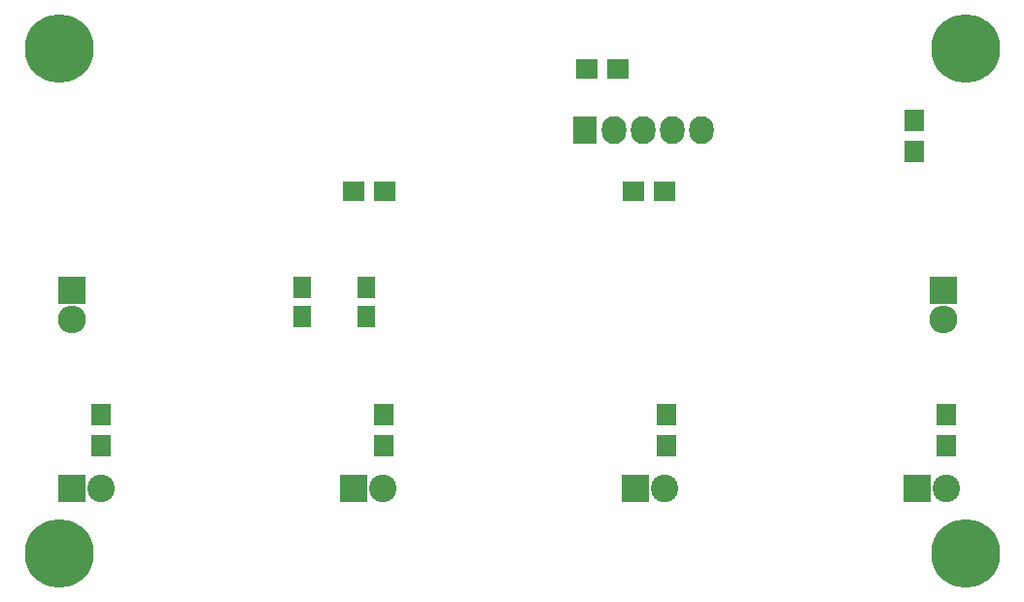
<source format=gbr>
G04 #@! TF.FileFunction,Soldermask,Bot*
%FSLAX46Y46*%
G04 Gerber Fmt 4.6, Leading zero omitted, Abs format (unit mm)*
G04 Created by KiCad (PCBNEW 4.0.7) date Wednesday, July 11, 2018 'PMt' 04:07:28 PM*
%MOMM*%
%LPD*%
G01*
G04 APERTURE LIST*
%ADD10C,0.100000*%
%ADD11R,1.650000X1.900000*%
%ADD12R,2.400000X2.400000*%
%ADD13C,2.400000*%
%ADD14R,2.432000X2.432000*%
%ADD15O,2.432000X2.432000*%
%ADD16R,2.127200X2.432000*%
%ADD17O,2.127200X2.432000*%
%ADD18R,1.900000X1.700000*%
%ADD19R,1.700000X1.900000*%
%ADD20C,6.000000*%
G04 APERTURE END LIST*
D10*
D11*
X67310000Y-101326000D03*
X67310000Y-98826000D03*
X61722000Y-101326000D03*
X61722000Y-98826000D03*
D12*
X41656000Y-116332000D03*
D13*
X44196000Y-116332000D03*
D12*
X66209333Y-116332000D03*
D13*
X68749333Y-116332000D03*
D12*
X90762666Y-116332000D03*
D13*
X93302666Y-116332000D03*
D12*
X115315999Y-116332000D03*
D13*
X117855999Y-116332000D03*
D14*
X41656000Y-99060000D03*
D15*
X41656000Y-101600000D03*
D16*
X86360000Y-85090000D03*
D17*
X88900000Y-85090000D03*
X91440000Y-85090000D03*
X93980000Y-85090000D03*
X96520000Y-85090000D03*
D14*
X117602000Y-99060000D03*
D15*
X117602000Y-101600000D03*
D18*
X89234000Y-79756000D03*
X86534000Y-79756000D03*
D19*
X44196000Y-112602000D03*
X44196000Y-109902000D03*
X68834000Y-112602000D03*
X68834000Y-109902000D03*
X93472000Y-112602000D03*
X93472000Y-109902000D03*
X117856000Y-109902000D03*
X117856000Y-112602000D03*
D18*
X93298000Y-90424000D03*
X90598000Y-90424000D03*
X68914000Y-90424000D03*
X66214000Y-90424000D03*
D19*
X115062000Y-84248000D03*
X115062000Y-86948000D03*
D20*
X40500000Y-78000000D03*
X40500000Y-122000000D03*
X119500000Y-78000000D03*
X119500000Y-122000000D03*
M02*

</source>
